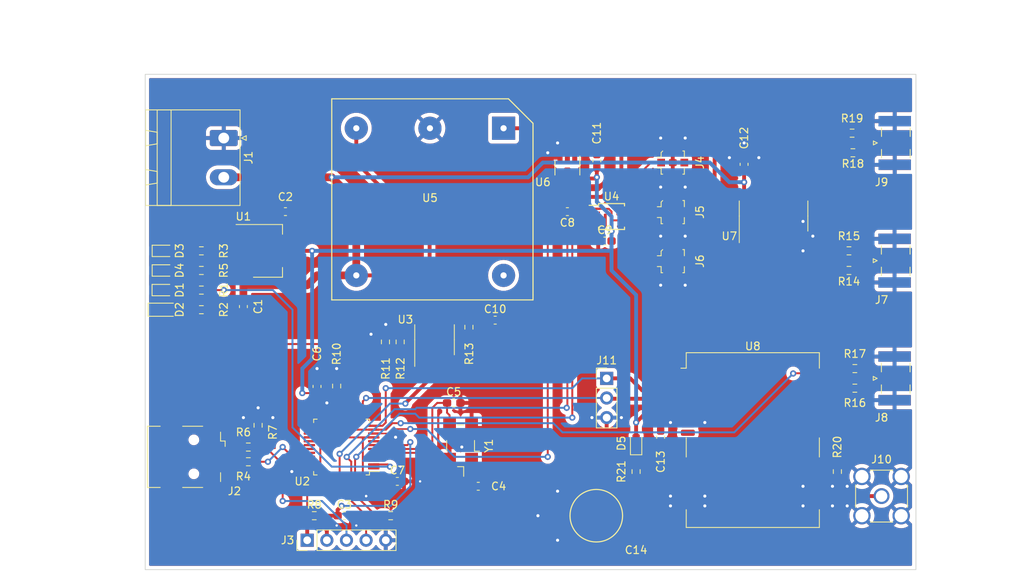
<source format=kicad_pcb>
(kicad_pcb (version 20221018) (generator pcbnew)

  (general
    (thickness 1.6)
  )

  (paper "A4")
  (layers
    (0 "F.Cu" signal)
    (31 "B.Cu" signal)
    (32 "B.Adhes" user "B.Adhesive")
    (33 "F.Adhes" user "F.Adhesive")
    (34 "B.Paste" user)
    (35 "F.Paste" user)
    (36 "B.SilkS" user "B.Silkscreen")
    (37 "F.SilkS" user "F.Silkscreen")
    (38 "B.Mask" user)
    (39 "F.Mask" user)
    (40 "Dwgs.User" user "User.Drawings")
    (41 "Cmts.User" user "User.Comments")
    (42 "Eco1.User" user "User.Eco1")
    (43 "Eco2.User" user "User.Eco2")
    (44 "Edge.Cuts" user)
    (45 "Margin" user)
    (46 "B.CrtYd" user "B.Courtyard")
    (47 "F.CrtYd" user "F.Courtyard")
    (48 "B.Fab" user)
    (49 "F.Fab" user)
    (50 "User.1" user)
    (51 "User.2" user)
    (52 "User.3" user)
    (53 "User.4" user)
    (54 "User.5" user)
    (55 "User.6" user)
    (56 "User.7" user)
    (57 "User.8" user)
    (58 "User.9" user)
  )

  (setup
    (pad_to_mask_clearance 0)
    (pcbplotparams
      (layerselection 0x00010fc_ffffffff)
      (plot_on_all_layers_selection 0x0000000_00000000)
      (disableapertmacros false)
      (usegerberextensions false)
      (usegerberattributes true)
      (usegerberadvancedattributes true)
      (creategerberjobfile true)
      (dashed_line_dash_ratio 12.000000)
      (dashed_line_gap_ratio 3.000000)
      (svgprecision 4)
      (plotframeref false)
      (viasonmask false)
      (mode 1)
      (useauxorigin false)
      (hpglpennumber 1)
      (hpglpenspeed 20)
      (hpglpendiameter 15.000000)
      (dxfpolygonmode true)
      (dxfimperialunits true)
      (dxfusepcbnewfont true)
      (psnegative false)
      (psa4output false)
      (plotreference true)
      (plotvalue true)
      (plotinvisibletext false)
      (sketchpadsonfab false)
      (subtractmaskfromsilk false)
      (outputformat 1)
      (mirror false)
      (drillshape 1)
      (scaleselection 1)
      (outputdirectory "")
    )
  )

  (net 0 "")
  (net 1 "+5V")
  (net 2 "GND")
  (net 3 "+3.3V")
  (net 4 "NRST")
  (net 5 "Net-(U2-PD0)")
  (net 6 "Net-(U2-PD1)")
  (net 7 "Net-(U3B-+)")
  (net 8 "Net-(U4-XA)")
  (net 9 "Net-(U8-V_BCKP)")
  (net 10 "Net-(D1-A)")
  (net 11 "unconnected-(J2-VBUS-Pad1)")
  (net 12 "Net-(J2-D-)")
  (net 13 "Net-(J2-D+)")
  (net 14 "unconnected-(J2-ID-Pad4)")
  (net 15 "SWDIO")
  (net 16 "SWCLK")
  (net 17 "Net-(J4-In)")
  (net 18 "Net-(J5-In)")
  (net 19 "Net-(J6-In)")
  (net 20 "Net-(J7-In)")
  (net 21 "Net-(J8-In)")
  (net 22 "Net-(J9-In)")
  (net 23 "Net-(J10-In)")
  (net 24 "GPS-TXD")
  (net 25 "GPS-RXD")
  (net 26 "USB-D+")
  (net 27 "USB-D-")
  (net 28 "/BOOT1")
  (net 29 "STATUS_LED")
  (net 30 "/BOOT0")
  (net 31 "Net-(U3A--)")
  (net 32 "Net-(R14-Pad2)")
  (net 33 "Net-(R15-Pad2)")
  (net 34 "Net-(R16-Pad2)")
  (net 35 "Net-(U8-V_ANT)")
  (net 36 "Net-(U8-VCC_RF)")
  (net 37 "unconnected-(U2-VBAT-Pad1)")
  (net 38 "unconnected-(U2-PC14-Pad3)")
  (net 39 "unconnected-(U2-PC15-Pad4)")
  (net 40 "10MHz")
  (net 41 "PPS")
  (net 42 "unconnected-(U2-PA4-Pad14)")
  (net 43 "unconnected-(U2-PA5-Pad15)")
  (net 44 "unconnected-(U2-PA7-Pad17)")
  (net 45 "unconnected-(U2-PB0-Pad18)")
  (net 46 "unconnected-(U2-PB1-Pad19)")
  (net 47 "unconnected-(U2-PB10-Pad21)")
  (net 48 "unconnected-(U2-PB11-Pad22)")
  (net 49 "unconnected-(U2-PB12-Pad25)")
  (net 50 "unconnected-(U2-PB13-Pad26)")
  (net 51 "unconnected-(U2-PB14-Pad27)")
  (net 52 "unconnected-(U2-PB15-Pad28)")
  (net 53 "unconnected-(U2-PA8-Pad29)")
  (net 54 "unconnected-(U2-PA9-Pad30)")
  (net 55 "unconnected-(U2-PA10-Pad31)")
  (net 56 "unconnected-(U2-PA15-Pad38)")
  (net 57 "unconnected-(U2-PB3-Pad39)")
  (net 58 "unconnected-(U2-PB4-Pad40)")
  (net 59 "unconnected-(U2-PB5-Pad41)")
  (net 60 "Net-(D3-A)")
  (net 61 "unconnected-(U2-PB7-Pad43)")
  (net 62 "FEC-PWM")
  (net 63 "Net-(U3B--)")
  (net 64 "unconnected-(U4-XB-Pad3)")
  (net 65 "SCL")
  (net 66 "SDA")
  (net 67 "Net-(U5-Out)")
  (net 68 "unconnected-(U5-VRef-Pad4)")
  (net 69 "unconnected-(U8-SDA2-Pad1)")
  (net 70 "unconnected-(U8-SCL2-Pad2)")
  (net 71 "unconnected-(U8-NC-Pad5)")
  (net 72 "unconnected-(U8-VCC_OUT-Pad8)")
  (net 73 "unconnected-(U8-NC-Pad9)")
  (net 74 "unconnected-(U8-RESET-Pad10)")
  (net 75 "unconnected-(U8-Reserved-Pad12)")
  (net 76 "unconnected-(U8-AADET_N-Pad20)")
  (net 77 "unconnected-(U8-Reserved-Pad21)")
  (net 78 "unconnected-(U8-Reserved-Pad22)")
  (net 79 "unconnected-(U8-Reserved-Pad23)")
  (net 80 "unconnected-(U8-VDDUSB-Pad24)")
  (net 81 "unconnected-(U8-USB_DM-Pad25)")
  (net 82 "unconnected-(U8-USB_DP-Pad26)")
  (net 83 "unconnected-(U8-EXTINT0-Pad27)")
  (net 84 "unconnected-(U6-NC-Pad1)")
  (net 85 "Net-(D4-A)")
  (net 86 "Net-(D2-A)")
  (net 87 "Net-(D5-K)")
  (net 88 "Net-(R12-Pad1)")
  (net 89 "Net-(R17-Pad2)")
  (net 90 "Net-(R18-Pad2)")
  (net 91 "Net-(R19-Pad2)")

  (footprint "Capacitor_SMD:C_0603_1608Metric_Pad1.08x0.95mm_HandSolder" (layer "F.Cu") (at 170.0825 129.54))

  (footprint "Resistor_SMD:R_0603_1608Metric_Pad0.98x0.95mm_HandSolder" (layer "F.Cu") (at 158.075 110.8475 90))

  (footprint "Connector_Coaxial:SMA_Amphenol_901-144_Vertical" (layer "F.Cu") (at 222.25 130.81))

  (footprint "Capacitor_SMD:C_0603_1608Metric_Pad1.08x0.95mm_HandSolder" (layer "F.Cu") (at 139.7 106.2725 -90))

  (footprint "Resistor_SMD:R_0603_1608Metric_Pad0.98x0.95mm_HandSolder" (layer "F.Cu") (at 140.335 126.365))

  (footprint "Package_TO_SOT_SMD:SOT-23-5_HandSoldering" (layer "F.Cu") (at 181.61 88.345 -90))

  (footprint "Resistor_SMD:R_0603_1608Metric_Pad0.98x0.95mm_HandSolder" (layer "F.Cu") (at 218.5435 86.36 180))

  (footprint "Capacitor_SMD:C_0603_1608Metric_Pad1.08x0.95mm_HandSolder" (layer "F.Cu") (at 152.7545 133.35))

  (footprint "Capacitor_SMD:C_0603_1608Metric_Pad1.08x0.95mm_HandSolder" (layer "F.Cu") (at 185.42 87.4025 -90))

  (footprint "Connector_Coaxial:U.FL_Molex_MCRF_73412-0110_Vertical" (layer "F.Cu") (at 195.24 87.63 -90))

  (footprint "Connector_USB:USB_Mini-B_Wuerth_65100516121_Horizontal" (layer "F.Cu") (at 133.29 125.73 -90))

  (footprint "Resistor_SMD:R_0603_1608Metric_Pad0.98x0.95mm_HandSolder" (layer "F.Cu") (at 148.8675 133.35))

  (footprint "LED_SMD:LED_0603_1608Metric" (layer "F.Cu") (at 129.3745 104.14))

  (footprint "Resistor_SMD:R_0603_1608Metric_Pad0.98x0.95mm_HandSolder" (layer "F.Cu") (at 159.98 110.8475 -90))

  (footprint "Resistor_SMD:R_0603_1608Metric_Pad0.98x0.95mm_HandSolder" (layer "F.Cu") (at 218.0355 101.6 180))

  (footprint "Connector_Coaxial:SMA_Samtec_SMA-J-P-X-ST-EM1_EdgeMount" (layer "F.Cu") (at 223.9375 100.33 90))

  (footprint "Resistor_SMD:R_0603_1608Metric_Pad0.98x0.95mm_HandSolder" (layer "F.Cu") (at 158.75 133.35))

  (footprint "Capacitor_SMD:C_0603_1608Metric_Pad1.08x0.95mm_HandSolder" (layer "F.Cu") (at 145.1375 93.98 180))

  (footprint "Resistor_SMD:R_0603_1608Metric_Pad0.98x0.95mm_HandSolder" (layer "F.Cu") (at 134.2625 99.06 180))

  (footprint "Capacitor_SMD:C_0603_1608Metric_Pad1.08x0.95mm_HandSolder" (layer "F.Cu") (at 204.47 87.8575 90))

  (footprint "Resistor_SMD:R_0603_1608Metric_Pad0.98x0.95mm_HandSolder" (layer "F.Cu") (at 218.7975 116.84 180))

  (footprint "Connector_Phoenix_MSTB:PhoenixContact_MSTBA_2,5_2-G-5,08_1x02_P5.08mm_Horizontal" (layer "F.Cu") (at 137.16 84.455 -90))

  (footprint "Connector_PinHeader_2.54mm:PinHeader_1x03_P2.54mm_Vertical" (layer "F.Cu") (at 186.69 115.57))

  (footprint "Resistor_SMD:R_0603_1608Metric_Pad0.98x0.95mm_HandSolder" (layer "F.Cu") (at 141.605 121.6425 -90))

  (footprint "Resistor_SMD:R_0603_1608Metric_Pad0.98x0.95mm_HandSolder" (layer "F.Cu") (at 134.2625 106.68 180))

  (footprint "Resistor_SMD:R_0603_1608Metric_Pad0.98x0.95mm_HandSolder" (layer "F.Cu") (at 218.44 83.82 180))

  (footprint "Connector_PinHeader_2.54mm:PinHeader_1x05_P2.54mm_Vertical" (layer "F.Cu") (at 147.955 136.525 90))

  (footprint "Crystal:Crystal_SMD_EuroQuartz_MJ-4Pin_5.0x3.2mm_HandSoldering" (layer "F.Cu") (at 167.795 124.305 90))

  (footprint "LED_SMD:LED_0603_1608Metric" (layer "F.Cu") (at 190.5 123.9775 90))

  (footprint "DMS3R3224RF:DMS3R3224RF" (layer "F.Cu") (at 185.35 133.35 -90))

  (footprint "Capacitor_SMD:C_0603_1608Metric_Pad1.08x0.95mm_HandSolder" (layer "F.Cu") (at 181.61 93.98 180))

  (footprint "Capacitor_SMD:C_0603_1608Metric_Pad1.08x0.95mm_HandSolder" (layer "F.Cu") (at 193.675 123.19 -90))

  (footprint "Resistor_SMD:R_0603_1608Metric_Pad0.98x0.95mm_HandSolder" (layer "F.Cu") (at 134.2625 104.14 180))

  (footprint "Package_SO:SO-14_3.9x8.65mm_P1.27mm" (layer "F.Cu") (at 208.28 94.55 90))

  (footprint "Resistor_SMD:R_0603_1608Metric_Pad0.98x0.95mm_HandSolder" (layer "F.Cu") (at 168.87 108.9425 -90))

  (footprint "Connector_Coaxial:SMA_Samtec_SMA-J-P-X-ST-EM1_EdgeMount" (layer "F.Cu") (at 223.9375 115.57 90))

  (footprint "LED_SMD:LED_0603_1608Metric" (layer "F.Cu") (at 129.3875 99.06))

  (footprint "Package_TO_SOT_SMD:SOT-223-3_TabPin2" (layer "F.Cu") (at 142.85 99.06))

  (footprint "LED_SMD:LED_0603_1608Metric" (layer "F.Cu") (at 129.3875 101.6))

  (footprint "Capacitor_SMD:C_0603_1608Metric_Pad1.08x0.95mm_HandSolder" (layer "F.Cu") (at 172.2725 108.03))

  (footprint "Capacitor_SMD:C_0603_1608Metric_Pad1.08x0.95mm_HandSolder" (layer "F.Cu") (at 149.225 116.6125 90))

  (footprint "Resistor_SMD:R_0603_1608Metric_Pad0.98x0.95mm_HandSolder" (layer "F.Cu") (at 190.5 127.635 -90))

  (footprint "Capacitor_SMD:C_0603_1608Metric_Pad1.08x0.95mm_HandSolder" (layer "F.Cu") (at 166.9075 118.745))

  (footprint "Package_SO:MSOP-10_3x3mm_P0.5mm" (layer "F.Cu") (at 187.325 94.615))

  (footprint "Capacitor_SMD:C_0603_1608Metric_Pad1.08x0.95mm_HandSolder" (layer "F.Cu") (at 186.4625 97.79))

  (footprint "Package_SO:SOIC-8_3.9x4.9mm_P1.27mm" (layer "F.Cu") (at 164.425 110.57 90))

  (footprint "Resistor_SMD:R_0603_1608Metric_Pad0.98x0.95mm_HandSolder" (layer "F.Cu") (at 218.7975 114.3 180))

  (footprint "Resistor_SMD:R_0603_1608Metric_Pad0.98x0.95mm_HandSolder" (layer "F.Cu")
    (tstamp b8e4f65e-abb8-4607-93b5-1340e9ba6d22)
    (at 151.765 116.5625 -90)
    (descr "Resistor SMD 0603 (1608 Metric), square (rectangular) end terminal, IPC_7351 nominal with elongated pad for handsoldering. (Body size source: IPC-SM-782 page 72, https://www.pcb-3d.com/wordpress/wp-content/uploads/ipc-sm-782a_amendment_1_and_2.pdf), generated with kicad-footprint-generator")
    (tags "resistor handsolder")
    (property "Sheetfile" "cheapsdo.kicad_sch")
    (property "Sheetname" "")
    (property "ki_description" "Resistor")
    (property "ki_keywords" "R res resistor")
    (path "/00000000-0000-0000-0000-00005f7a4452")
    (attr smd)
    (fp_text reference "R10" (at -4.1675 0 90) (layer "F.SilkS")
        (effects (font (size 1 1) (thickness 0.15)))
      (tstamp 2de9b000-50a6-4252-969c-5ee62fdffaa7)
    )
    (fp_text value "10k" (at 0 1.43 90) (layer "F.Fab")
        (effects (font (size 1 1) (thickness 0.15)))
      (tstamp cc2a822f-3360-40e2-a254-279ea2b72c21)
    )
    (fp_text user "${REFERENCE}" (at 0 0 90) (layer "F.Fab")
        (effects (font (size 0.4 0.4) (thickness 0.06)))
      (tstamp f4f2259d-5b64-4024-aaf2-10c6204510cf)
    )
    (fp_line (start -0.254724 -0.5225) (end 0.254724 -0.5225)
      (stroke (width 0.12) (type solid)) (layer "F.SilkS") (tstamp df9f539c-2d8d-41e8-979a-d5213d5270cc))
    (fp_line (start -0.254724 0.5225) (end 0.254724 0.5225)
      (stroke (width 0.12) (type solid)) (layer "F.SilkS") (tstamp 00b28efd-714f-4f8e-9051-f78fbc7c0787))
    (fp_line (start -1.65 -0.73) (end 1.65 -0.73)
      (stroke (width 0.05) (type solid)) (layer "F.CrtYd") (tstamp d792bd68-5f6a-4191-bf81-f1732a1c8839))
    (fp_line (start -1.65 0.73) (end -1.65 -0.73)
      (stroke (width 0.05) (type solid)) (layer "F.CrtYd") (tstamp 8db5a809-9b15-4d1c-9d74-1da71b645bdc))
    (fp_line (start 1.65 -0.73) (end 1.65 0.73)
      (stroke (width 0.05) (type solid)) (layer "F.CrtYd") (tstamp 630a077b-edb6-489e-8b0c-c2e15c378226))
    (fp_line (start 1.65 0.73) (end -1.65 0.73)
      (stroke (width 0.05) (type solid)) (layer "F.CrtYd") (tstamp e4509aaa-fae5-4f0b-aa90-5f866368faf9))
    (fp_line (start -0.8 -0.4125) (end 0.8 -0.4125)
      (stroke (width 0.1) (type solid)) (layer "F.Fab") (tstamp 60081f54-e5fa-4b7d-b77c-34ef0025d2f5))
    (fp_line (start -0.8 0.4125) (end -0.8 -0.4125)
      (stroke (width 0.1) (type solid)) (layer "F.Fab") (tstamp e54fad6b-3fb0-4ea2-9e47-7b55b29665c3))
    (fp_line (start 0.8 -0.4125) (end 0.8 0.4125)
      (stroke (width 0.1) (type solid)) (layer "F.Fab") (tstamp 19cb1ea6-3296-4926-aa24-c59f276ebfdd))
    (fp_line (start 0.8 0.4125) (end -0.8 0.4125)
      (stroke (width 0.1) (type solid)) (layer "F.Fab") (tstamp 6a942b02-ffeb-4f5f-8751-3aeb7e25e6e1))
    (pad "1" smd roundrect (at -0.9125 0 270) (size 0.975 0.95) (layers "F.Cu" "F.Paste" "F.Mask") (roundrect_rratio 0.25)
      (net 2 "GND") (pintype "passive") (tstamp 7579ce3d-725b-4ff1-9f28-fca2f3b16396))
    (pad "2" smd roundrect (at 0.9125 0 270) (size 0.975 0.95) (layers "F.Cu" "F.Paste" "F.Mask") (roundrect_rratio 0.25)
      (net 28 "/BOOT1") (pintype "passive") (tstamp 7c6f37e7-4c37-4a83-b057-2b689e754a80))
    (model "${KI
... [619220 chars truncated]
</source>
